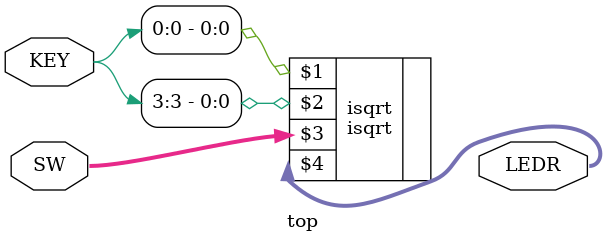
<source format=v>
module top (SW, KEY, LEDR);

	 input wire [9:0] SW;        // DE-series switches
    input wire [3:0] KEY;       // DE-series pushbuttons
   
	 output wire [9:0] LEDR;     // DE-series LEDs   

    isqrt isqrt (KEY[0], KEY[3], SW, LEDR);

endmodule


</source>
